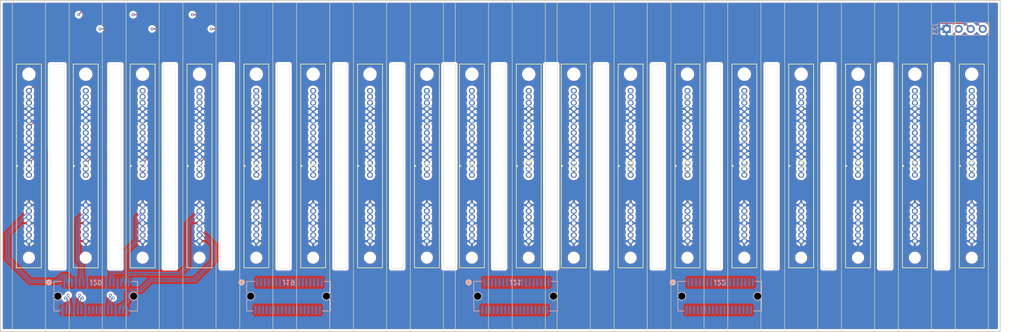
<source format=kicad_pcb>
(kicad_pcb (version 20240108) (generator "pcbnew") (generator_version "8.0")
  (layers (0 "F.Cu" signal) (1 "In1.Cu" signal) (2 "In2.Cu" signal) (31 "B.Cu" signal) (34 "B.Paste" user) (35 "F.Paste" user) (36 "B.SilkS" user "B.Silkscreen") (37 "F.SilkS" user "F.Silkscreen") (38 "B.Mask" user) (39 "F.Mask" user) (44 "Edge.Cuts" user))
  (net 0 "")
  (net 1 "+5V")
  (net 2 "GND")
  (net 3 "+12V")
  (net 4 "/SSD1_TX-")
  (net 5 "/SSD1_TX+")
  (net 6 "+3.3V")
  (net 7 "/SSD1_RX+")
  (net 8 "/SSD1_RX-")
  (net 9 "/SSD2_TX-")
  (net 10 "/SSD2_TX+")
  (net 11 "/SSD2_RX-")
  (net 12 "/SSD2_RX+")
  (net 13 "/SSD3_RX-")
  (net 14 "/SSD3_TX-")
  (net 15 "/SSD3_TX+")
  (net 16 "/SSD3_RX+")
  (net 17 "/SSD4_RX+")
  (net 18 "/SSD4_TX+")
  (net 19 "/SSD4_TX-")
  (net 20 "/SSD4_RX-")
  (net 21 "/SSD5_RX-")
  (net 22 "/SSD5_TX+")
  (net 23 "/SSD5_TX-")
  (net 24 "/SSD5_RX+")
  (net 25 "/SSD6_TX-")
  (net 26 "/SSD6_TX+")
  (net 27 "/SSD6_RX-")
  (net 28 "/SSD6_RX+")
  (net 29 "/SSD7_RX-")
  (net 30 "/SSD7_TX-")
  (net 31 "/SSD7_RX+")
  (net 32 "/SSD7_TX+")
  (net 33 "/SSD8_RX-")
  (net 34 "/SSD8_TX+")
  (net 35 "/SSD8_RX+")
  (net 36 "/SSD8_TX-")
  (net 37 "/SSD9_TX+")
  (net 38 "/SSD9_RX-")
  (net 39 "/SSD9_RX+")
  (net 40 "/SSD9_TX-")
  (net 41 "/SSD10_RX-")
  (net 42 "/SSD10_RX+")
  (net 43 "/SSD10_TX-")
  (net 44 "/SSD10_TX+")
  (net 45 "/SSD11_RX+")
  (net 46 "/SSD11_RX-")
  (net 47 "/SSD11_TX+")
  (net 48 "/SSD11_TX-")
  (net 49 "/SSD12_TX+")
  (net 50 "/SSD12_RX-")
  (net 51 "/SSD12_RX+")
  (net 52 "/SSD12_TX-")
  (net 53 "/SSD13_RX-")
  (net 54 "/SSD13_TX-")
  (net 55 "/SSD13_RX+")
  (net 56 "/SSD13_TX+")
  (net 57 "/SSD14_RX+")
  (net 58 "/SSD14_TX+")
  (net 59 "/SSD14_RX-")
  (net 60 "/SSD14_TX-")
  (net 61 "/SSD15_TX-")
  (net 62 "/SSD15_TX+")
  (net 63 "/SSD15_RX+")
  (net 64 "/SSD15_RX-")
  (net 65 "/SSD16_RX-")
  (net 66 "/SSD16_TX+")
  (net 67 "/SSD16_RX+")
  (net 68 "/SSD16_TX-")
  (net 69 "/SSD17_RX-")
  (net 70 "/SSD17_TX-")
  (net 71 "/SSD17_TX+")
  (net 72 "/SSD17_RX+")
  (net 73 "/SSD18_TX-")
  (net 74 "/SSD18_RX-")
  (net 75 "/SSD18_TX+")
  (net 76 "/SSD18_RX+")
  (footprint "SSD Connector:CONN_877791001_MOL" (layer "F.Cu") (at 82 151.8 90)
    (property "Reference" "J5")
    (property "Value" "SSD5")
  )
  (footprint "SSD Connector:CONN_877791001_MOL" (layer "F.Cu") (at 221 151.8 90)
    (property "Reference" "J17")
    (property "Value" "SSD17")
  )
  (footprint "SSD Connector:CONN_877791001_MOL" (layer "F.Cu") (at 209 151.8 90)
    (property "Reference" "J16")
    (property "Value" "SSD16")
  )
  (footprint "SSD Connector:CONN_877791001_MOL" (layer "F.Cu") (at 197 151.8 90)
    (property "Reference" "J15")
    (property "Value" "SSD15")
  )
  (footprint "SSD Connector:CONN_877791001_MOL" (layer "F.Cu") (at 46 151.8 90)
    (property "Reference" "J2")
    (property "Value" "SSD2")
  )
  (footprint "SSD Connector:CONN_877791001_MOL" (layer "F.Cu") (at 233 151.8 90)
    (property "Reference" "J18")
    (property "Value" "SSD18")
  )
  (footprint "SSD Connector:CONN_877791001_MOL" (layer "F.Cu") (at 58 151.8 90)
    (property "Reference" "J3")
    (property "Value" "SSD3")
  )
  (footprint "SSD Connector:CONN_877791001_MOL" (layer "F.Cu") (at 94 151.8 90)
    (property "Reference" "J6")
    (property "Value" "SSD6")
  )
  (footprint "SSD Connector:CONN_877791001_MOL" (layer "F.Cu") (at 173 151.8 90)
    (property "Reference" "J13")
    (property "Value" "SSD13")
  )
  (footprint "SSD Connector:CONN_877791001_MOL" (layer "F.Cu") (at 127.5 151.8 90)
    (property "Reference" "J9")
    (property "Value" "SSD9")
  )
  (footprint "SSD Connector:CONN_877791001_MOL" (layer "F.Cu") (at 149 151.8 90)
    (property "Reference" "J11")
    (property "Value" "SSD11")
  )
  (footprint "SSD Connector:CONN_877791001_MOL" (layer "F.Cu") (at 70 151.8 90)
    (property "Reference" "J4")
    (property "Value" "SSD4")
  )
  (footprint "SSD Connector:CONN_877791001_MOL" (layer "F.Cu") (at 161 151.8 90)
    (property "Reference" "J12")
    (property "Value" "SSD12")
  )
  (footprint "SSD Connector:CONN_877791001_MOL" (layer "F.Cu") (at 185 151.8 90)
    (property "Reference" "J14")
    (property "Value" "SSD14")
  )
  (footprint "SSD Connector:CONN_877791001_MOL" (layer "F.Cu") (at 34 151.8 90)
    (property "Reference" "J1")
    (property "Value" "SSD1")
  )
  (footprint "SSD Connector:CONN_877791001_MOL" (layer "F.Cu") (at 106 151.8 90)
    (property "Reference" "J7")
    (property "Value" "SSD7")
  )
  (footprint "SSD Connector:CONN_877791001_MOL" (layer "F.Cu") (at 139.5 151.8 90)
    (property "Reference" "J10")
    (property "Value" "SSD10")
  )
  (footprint "SSD Connector:CONN_877791001_MOL" (layer "F.Cu") (at 118 151.8 90)
    (property "Reference" "J8")
    (property "Value" "SSD8")
  )
  (footprint "Mini SAS:CONN36_1888020-4_TEC" (layer "B.Cu") (at 41.5 160.5)
    (property "Reference" "J20")
    (property "Value" "1888020-4")
  )
  (footprint "Mini SAS:CONN36_1888020-4_TEC" (layer "B.Cu") (at 130.1159 160.5)
    (property "Reference" "J21")
    (property "Value" "1888020-4")
  )
  (footprint "Connector_PinHeader_2.54mm:PinHeader_1x04_P2.54mm_Vertical" (layer "B.Cu") (at 227.7 107 -90)
    (property "Reference" "J23")
    (property "Value" "Conn_01x04")
  )
  (footprint "Mini SAS:CONN36_1888020-4_TEC" (layer "B.Cu") (at 82.199999 160.5)
    (property "Reference" "J19")
    (property "Value" "1888020-4")
  )
  (footprint "Mini SAS:CONN36_1888020-4_TEC" (layer "B.Cu") (at 173.200001 160.5)
    (property "Reference" "J22")
    (property "Value" "1888020-4")
  )
  (gr_rect (start 109.5 101) (end 114.5 170.85) (stroke (width 0.1)) (fill none) (layer "F.SilkS"))
  (gr_rect (start 152.5 101) (end 157.5 170.85) (stroke (width 0.1)) (fill none) (layer "F.SilkS"))
  (gr_rect (start 188.5 101) (end 193.5 170.85) (stroke (width 0.1)) (fill none) (layer "F.SilkS"))
  (gr_rect (start 143 101) (end 145.5 170.85) (stroke (width 0.1)) (fill none) (layer "F.SilkS"))
  (gr_rect (start 85.5 101) (end 90.5 170.85) (stroke (width 0.1)) (fill none) (layer "F.SilkS"))
  (gr_rect (start 236.5 101) (end 239 170.85) (stroke (width 0.1)) (fill none) (layer "F.SilkS"))
  (gr_rect (start 49.5 101) (end 54.5 170.85) (stroke (width 0.1)) (fill none) (layer "F.SilkS"))
  (gr_rect (start 224.5 101) (end 229.5 170.85) (stroke (width 0.1)) (fill none) (layer "F.SilkS"))
  (gr_rect (start 37.5 101) (end 42.5 170.85) (stroke (width 0.1)) (fill none) (layer "F.SilkS"))
  (gr_rect (start 176.5 101) (end 181.5 170.85) (stroke (width 0.1)) (fill none) (layer "F.SilkS"))
  (gr_rect (start 131 101) (end 136 170.85) (stroke (width 0.1)) (fill none) (layer "F.SilkS"))
  (gr_rect (start 212.5 101) (end 217.5 170.85) (stroke (width 0.1)) (fill none) (layer "F.SilkS"))
  (gr_rect (start 164.5 101) (end 169.5 170.85) (stroke (width 0.1)) (fill none) (layer "F.SilkS"))
  (gr_rect (start 73.5 101) (end 78.5 170.85) (stroke (width 0.1)) (fill none) (layer "F.SilkS"))
  (gr_rect (start 61.5 101) (end 66.5 170.85) (stroke (width 0.1)) (fill none) (layer "F.SilkS"))
  (gr_rect (start 97.5 101) (end 102.5 170.85) (stroke (width 0.1)) (fill none) (layer "F.SilkS"))
  (gr_rect (start 200.5 101) (end 205.5 170.85) (stroke (width 0.1)) (fill none) (layer "F.SilkS"))
  (gr_rect (start 28 101) (end 30.5 170.85) (stroke (width 0.1)) (fill none) (layer "F.SilkS"))
  (gr_rect (start 121.5 101) (end 124 170.85) (stroke (width 0.1)) (fill none) (layer "F.SilkS"))
  (gr_rect (start 213.5 114.4873) (end 216 157.5127) (stroke (width 0.05)) (fill none) (layer "Edge.Cuts"))
  (gr_rect (start 177.5 114.4873) (end 180 157.5127) (stroke (width 0.05)) (fill none) (layer "Edge.Cuts"))
  (gr_rect (start 74.5 114.4746) (end 77 157.5) (stroke (width 0.05)) (fill none) (layer "Edge.Cuts"))
  (gr_rect (start 143 114.4873) (end 145.5 157.5127) (stroke (width 0.05)) (fill none) (layer "Edge.Cuts"))
  (gr_rect (start 121.5 114.4873) (end 124 157.5127) (stroke (width 0.05)) (fill none) (layer "Edge.Cuts"))
  (gr_rect (start 98.5 114.4873) (end 101 157.5127) (stroke (width 0.05)) (fill none) (layer "Edge.Cuts"))
  (gr_rect (start 86.5 114.4873) (end 89 157.5127) (stroke (width 0.05)) (fill none) (layer "Edge.Cuts"))
  (gr_rect (start 110.5 114.4873) (end 113 157.5127) (stroke (width 0.05)) (fill none) (layer "Edge.Cuts"))
  (gr_rect (start 201.5 114.4873) (end 204 157.5127) (stroke (width 0.05)) (fill none) (layer "Edge.Cuts"))
  (gr_rect (start 225.5 114.4873) (end 228 157.5127) (stroke (width 0.05)) (fill none) (layer "Edge.Cuts"))
  (gr_rect (start 153.5 114.4873) (end 156 157.5127) (stroke (width 0.05)) (fill none) (layer "Edge.Cuts"))
  (gr_rect (start 132 114.4873) (end 134.5 157.5127) (stroke (width 0.05)) (fill none) (layer "Edge.Cuts"))
  (gr_rect (start 189.5 114.4873) (end 192 157.5127) (stroke (width 0.05)) (fill none) (layer "Edge.Cuts"))
  (gr_rect (start 62.5 114.4746) (end 65 157.5) (stroke (width 0.05)) (fill none) (layer "Edge.Cuts"))
  (gr_rect (start 51 114.5) (end 53.5 157.5254) (stroke (width 0.05)) (fill none) (layer "Edge.Cuts"))
  (gr_rect (start 28 101) (end 239 170.85) (stroke (width 0.2)) (fill none) (layer "Edge.Cuts"))
  (gr_rect (start 165.5 114.4873) (end 168 157.5127) (stroke (width 0.05)) (fill none) (layer "Edge.Cuts"))
  (gr_rect (start 38.5 114.5) (end 41.5 157.5) (stroke (width 0.05)) (fill none) (layer "Edge.Cuts"))
  (segment (start 74.5 105.85) (end 231.63 105.85) (width 0.2) (layer "F.Cu") (net 1))
  (segment (start 62 105.85) (end 74.5 105.85) (width 0.2) (layer "F.Cu") (net 1))
  (segment (start 49.85 107) (end 51 105.85) (width 0.2) (layer "F.Cu") (net 1))
  (segment (start 60.85 107) (end 62 105.85) (width 0.2) (layer "F.Cu") (net 1))
  (segment (start 51 105.85) (end 62 105.85) (width 0.2) (layer "F.Cu") (net 1))
  (segment (start 49 107) (end 49.85 107) (width 0.2) (layer "F.Cu") (net 1))
  (segment (start 34 127.67) (end 34.0508 127.67) (width 0.2) (layer "F.Cu") (net 1))
  (segment (start 36.9408 111.0592) (end 42.15 105.85) (width 0.2) (layer "F.Cu") (net 1))
  (segment (start 36.9408 124.78) (end 36.9408 111.0592) (width 0.2) (layer "F.Cu") (net 1))
  (segment (start 34 130.21) (end 34 127.67) (width 0.2) (layer "F.Cu") (net 1))
  (segment (start 60 107) (end 60.85 107) (width 0.2) (layer "F.Cu") (net 1))
  (segment (start 72.5 107) (end 73.35 107) (width 0.2) (layer "F.Cu") (net 1))
  (segment (start 73.35 107) (end 74.5 105.85) (width 0.2) (layer "F.Cu") (net 1))
  (segment (start 231.63 105.85) (end 232.78 107) (width 0.2) (layer "F.Cu") (net 1))
  (segment (start 42.15 105.85) (end 51 105.85) (width 0.2) (layer "F.Cu") (net 1))
  (segment (start 34.0508 127.67) (end 36.9408 124.78) (width 0.2) (layer "F.Cu") (net 1))
  (via (at 72.5 107) (size 0.6) (drill 0.3) (layers "F.Cu" "B.Cu") (net 1))
  (via (at 49 107) (size 0.6) (drill 0.3) (layers "F.Cu" "B.Cu") (net 1))
  (via (at 60 107) (size 0.6) (drill 0.3) (layers "F.Cu" "B.Cu") (net 1))
  (segment (start 56 104) (end 57 104) (width 0.2) (layer "F.Cu") (net 3))
  (segment (start 36.5 117.6008) (end 36.5 108) (width 0.2) (layer "F.Cu") (net 3))
  (segment (start 46 102.5) (end 58.5 102.5) (width 0.2) (layer "F.Cu") (net 3))
  (segment (start 230.82 102.5) (end 235.32 107) (width 0.2) (layer "F.Cu") (net 3))
  (segment (start 71 102.5) (end 230.82 102.5) (width 0.2) (layer "F.Cu") (net 3))
  (segment (start 57 104) (end 58.5 102.5) (width 0.2) (layer "F.Cu") (net 3))
  (segment (start 34.0508 120.05) (end 36.5 117.6008) (width 0.2) (layer "F.Cu") (net 3))
  (segment (start 34 122.59) (end 34 120.05) (width 0.2) (layer "F.Cu") (net 3))
  (segment (start 69.5 104) (end 71 102.5) (width 0.2) (layer "F.Cu") (net 3))
  (segment (start 58.5 102.5) (end 71 102.5) (width 0.2) (layer "F.Cu") (net 3))
  (segment (start 42 102.5) (end 46 102.5) (width 0.2) (layer "F.Cu") (net 3))
  (segment (start 36.5 108) (end 42 102.5) (width 0.2) (layer "F.Cu") (net 3))
  (segment (start 34 120.05) (end 34.0508 120.05) (width 0.2) (layer "F.Cu") (net 3))
  (segment (start 68.5 104) (end 69.5 104) (width 0.2) (layer "F.Cu") (net 3))
  (segment (start 44.5 104) (end 46 102.5) (width 0.2) (layer "F.Cu") (net 3))
  (via (at 68.5 104) (size 0.6) (drill 0.3) (layers "F.Cu" "B.Cu") (net 3))
  (via (at 44.5 104) (size 0.6) (drill 0.3) (layers "F.Cu" "B.Cu") (net 3))
  (via (at 56 104) (size 0.6) (drill 0.3) (layers "F.Cu" "B.Cu") (net 3))
  (via (at 42.300521 163.199479) (size 0.6) (drill 0.3) (layers "F.Cu" "B.Cu") (net 4))
  (segment (start 42.7 165.420001) (end 42.524999 165.245) (width 0.2) (layer "B.Cu") (net 4))
  (segment (start 42.300521 163.482322) (end 42.300521 163.199479) (width 0.2) (layer "B.Cu") (net 4))
  (segment (start 42.524999 163.7068) (end 42.300521 163.482322) (width 0.2) (layer "B.Cu") (net 4))
  (segment (start 42.524999 165.245) (end 42.524999 163.7068) (width 0.2) (layer "B.Cu") (net 4))
  (segment (start 42.7 166.320001) (end 42.7 165.420001) (width 0.2) (layer "B.Cu") (net 4))
  (via (at 41.699479 163.800521) (size 0.6) (drill 0.3) (layers "F.Cu" "B.Cu") (net 5))
  (segment (start 41.899999 165.420001) (end 42.075 165.245) (width 0.2) (layer "B.Cu") (net 5))
  (segment (start 41.982322 163.800521) (end 41.699479 163.800521) (width 0.2) (layer "B.Cu") (net 5))
  (segment (start 42.075 163.893199) (end 41.982322 163.800521) (width 0.2) (layer "B.Cu") (net 5))
  (segment (start 41.899999 166.320001) (end 41.899999 165.420001) (width 0.2) (layer "B.Cu") (net 5))
  (segment (start 42.075 165.245) (end 42.075 163.893199) (width 0.2) (layer "B.Cu") (net 5))
  (segment (start 46 137.83) (end 46 135.29) (width 0.2) (layer "F.Cu") (net 6))
  (segment (start 70 135.29) (end 70.0508 135.29) (width 0.2) (layer "F.Cu") (net 6))
  (segment (start 61.5 131.8408) (end 61.5 110) (width 0.2) (layer "F.Cu") (net 6))
  (segment (start 46 135.29) (end 46.0508 135.29) (width 0.2) (layer "F.Cu") (net 6))
  (segment (start 50.4 130.9408) (end 50.4 110.1) (width 0.2) (layer "F.Cu") (net 6))
  (segment (start 34 137.83) (end 34 135.29) (width 0.2) (layer "F.Cu") (net 6))
  (segment (start 58 135.29) (end 58.0508 135.29) (width 0.2) (layer "F.Cu") (net 6))
  (segment (start 58 137.83) (end 58 135.29) (width 0.2) (layer "F.Cu") (net 6))
  (segment (start 46.0508 135.29) (end 50.4 130.9408) (width 0.2) (layer "F.Cu") (net 6))
  (segment (start 43.651472 108.5) (end 52 108.5) (width 0.2) (layer "F.Cu") (net 6))
  (segment (start 34.0508 135.29) (end 37.3408 132) (width 0.2) (layer "F.Cu") (net 6))
  (segment (start 77.5 108.5) (end 228.74 108.5) (width 0.2) (layer "F.Cu") (net 6))
  (segment (start 37.3408 132) (end 37.3408 114.810672) (width 0.2) (layer "F.Cu") (net 6))
  (segment (start 37.3408 114.810672) (end 43.651472 108.5) (width 0.2) (layer "F.Cu") (net 6))
  (segment (start 63 108.5) (end 77.5 108.5) (width 0.2) (layer "F.Cu") (net 6))
  (segment (start 228.74 108.5) (end 230.24 107) (width 0.2) (layer "F.Cu") (net 6))
  (segment (start 73.9 112.1) (end 77.5 108.5) (width 0.2) (layer "F.Cu") (net 6))
  (segment (start 82 137.83) (end 82 135.29) (width 0.2) (layer "F.Cu") (net 6))
  (segment (start 52 108.5) (end 63 108.5) (width 0.2) (layer "F.Cu") (net 6))
  (segment (start 61.5 110) (end 63 108.5) (width 0.2) (layer "F.Cu") (net 6))
  (segment (start 58.0508 135.29) (end 61.5 131.8408) (width 0.2) (layer "F.Cu") (net 6))
  (segment (start 50.4 110.1) (end 52 108.5) (width 0.2) (layer "F.Cu") (net 6))
  (segment (start 34 135.29) (end 34.0508 135.29) (width 0.2) (layer "F.Cu") (net 6))
  (segment (start 73.9 131.4408) (end 73.9 112.1) (width 0.2) (layer "F.Cu") (net 6))
  (segment (start 70 137.83) (end 70 135.29) (width 0.2) (layer "F.Cu") (net 6))
  (segment (start 70.0508 135.29) (end 73.9 131.4408) (width 0.2) (layer "F.Cu") (net 6))
  (segment (start 42.300001 160.5) (end 41.975 160.5) (width 0.2) (layer "B.Cu") (net 7))
  (segment (start 34.1818 160.5) (end 29.275 155.5932) (width 0.2) (layer "B.Cu") (net 7))
  (segment (start 29.275 150.175) (end 33.065 146.385) (width 0.2) (layer "B.Cu") (net 7))
  (segment (start 41.303249 159.3) (end 40.103249 160.5) (width 0.2) (layer "B.Cu") (net 7))
  (segment (start 41.975 160.5) (end 41.975 159.578249) (width 0.2) (layer "B.Cu") (net 7))
  (segment (start 33.6142 145.8358) (end 34 145.45) (width 0.2) (layer "B.Cu") (net 7))
  (segment (start 29.275 155.5932) (end 29.275 150.175) (width 0.2) (layer "B.Cu") (net 7))
  (segment (start 41.975 159.578249) (end 41.696751 159.3) (width 0.2) (layer "B.Cu") (net 7))
  (segment (start 33.065 146.385) (end 33.065 146.353752) (width 0.2) (layer "B.Cu") (net 7))
  (segment (start 33.065 146.353752) (end 33.582952 145.8358) (width 0.2) (layer "B.Cu") (net 7))
  (segment (start 33.582952 145.8358) (end 33.6142 145.8358) (width 0.2) (layer "B.Cu") (net 7))
  (segment (start 40.103249 160.5) (end 34.1818 160.5) (width 0.2) (layer "B.Cu") (net 7))
  (segment (start 41.696751 159.3) (end 41.303249 159.3) (width 0.2) (layer "B.Cu") (net 7))
  (segment (start 41.116861 158.85002) (end 39.916881 160.05) (width 0.2) (layer "B.Cu") (net 8))
  (segment (start 29.725 150.361397) (end 33.366397 146.72) (width 0.2) (layer "B.Cu") (net 8))
  (segment (start 33.366397 146.72) (end 34 146.72) (width 0.2) (layer "B.Cu") (net 8))
  (segment (start 39.916881 160.05) (end 34.3682 160.05) (width 0.2) (layer "B.Cu") (net 8))
  (segment (start 34.3682 160.05) (end 29.725 155.4068) (width 0.2) (layer "B.Cu") (net 8))
  (segment (start 42.046772 158.85002) (end 41.116861 158.85002) (width 0.2) (layer "B.Cu") (net 8))
  (segment (start 42.775001 159.578249) (end 42.046772 158.85002) (width 0.2) (layer "B.Cu") (net 8))
  (segment (start 42.775001 160.175002) (end 42.775001 159.578249) (width 0.2) (layer "B.Cu") (net 8))
  (segment (start 29.725 155.4068) (end 29.725 150.361397) (width 0.2) (layer "B.Cu") (net 8))
  (segment (start 43.099999 160.5) (end 42.775001 160.175002) (width 0.2) (layer "B.Cu") (net 8))
  (via (at 45.300521 163.800521) (size 0.6) (drill 0.3) (layers "F.Cu" "B.Cu") (net 9))
  (segment (start 44.924999 165.245) (end 44.924999 163.8932) (width 0.2) (layer "B.Cu") (net 9))
  (segment (start 45.1 166.320001) (end 45.1 165.420001) (width 0.2) (layer "B.Cu") (net 9))
  (segment (start 45.017678 163.800521) (end 45.300521 163.800521) (width 0.2) (layer "B.Cu") (net 9))
  (segment (start 45.1 165.420001) (end 44.924999 165.245) (width 0.2) (layer "B.Cu") (net 9))
  (segment (start 44.924999 163.8932) (end 45.017678 163.800521) (width 0.2) (layer "B.Cu") (net 9))
  (via (at 44.699479 163.199479) (size 0.6) (drill 0.3) (layers "F.Cu" "B.Cu") (net 10))
  (segment (start 44.299999 166.320001) (end 44.299999 165.420001) (width 0.2) (layer "B.Cu") (net 10))
  (segment (start 44.699479 163.482322) (end 44.699479 163.199479) (width 0.2) (layer "B.Cu") (net 10))
  (segment (start 44.475 163.706801) (end 44.699479 163.482322) (width 0.2) (layer "B.Cu") (net 10))
  (segment (start 44.299999 165.420001) (end 44.475 165.245) (width 0.2) (layer "B.Cu") (net 10))
  (segment (start 44.475 165.245) (end 44.475 163.706801) (width 0.2) (layer "B.Cu") (net 10))
  (segment (start 44.6173 155.862731) (end 44.6173 147.469097) (width 0.2) (layer "B.Cu") (net 11))
  (segment (start 44.6173 147.469097) (end 45.366397 146.72) (width 0.2) (layer "B.Cu") (net 11))
  (segment (start 45.5 159.6) (end 45.324999 159.424999) (width 0.2) (layer "B.Cu") (net 11))
  (segment (start 45.5 160.5) (end 45.5 159.6) (width 0.2) (layer "B.Cu") (net 11))
  (segment (start 45.324999 159.424999) (end 45.324999 156.57043) (width 0.2) (layer "B.Cu") (net 11))
  (segment (start 45.324999 156.57043) (end 44.6173 155.862731) (width 0.2) (layer "B.Cu") (net 11))
  (segment (start 45.366397 146.72) (end 46 146.72) (width 0.2) (layer "B.Cu") (net 11))
  (segment (start 44.16732 156.049119) (end 44.16732 147.251432) (width 0.2) (layer "B.Cu") (net 12))
  (segment (start 44.699999 160.5) (end 44.699999 159.6) (width 0.2) (layer "B.Cu") (net 12))
  (segment (start 44.699999 159.6) (end 44.875 159.424999) (width 0.2) (layer "B.Cu") (net 12))
  (segment (start 44.875 159.424999) (end 44.875 156.756799) (width 0.2) (layer "B.Cu") (net 12))
  (segment (start 44.16732 147.251432) (end 45.582952 145.8358) (width 0.2) (layer "B.Cu") (net 12))
  (segment (start 45.582952 145.8358) (end 45.6142 145.8358) (width 0.2) (layer "B.Cu") (net 12))
  (segment (start 45.6142 145.8358) (end 46 145.45) (width 0.2) (layer "B.Cu") (net 12))
  (segment (start 44.875 156.756799) (end 44.16732 156.049119) (width 0.2) (layer "B.Cu") (net 12))
  (segment (start 51.724999 159.424999) (end 51.724999 158.57538) (width 0.2) (layer "B.Cu") (net 13))
  (segment (start 57.065 151.7532) (end 57.065 147.623752) (width 0.2) (layer "B.Cu") (net 13))
  (segment (start 57.582952 147.1058) (end 58 147.1058) (width 0.2) (layer "B.Cu") (net 13))
  (segment (start 51.724999 158.57538) (end 53.934916 158.57538) (width 0.2) (layer "B.Cu") (net 13))
  (segment (start 51.9 159.6) (end 51.724999 159.424999) (width 0.2) (layer "B.Cu") (net 13))
  (segment (start 54.54998 157.960316) (end 54.54998 154.26822) (width 0.2) (layer "B.Cu") (net 13))
  (segment (start 58 147.1058) (end 58 146.72) (width 0.2) (layer "B.Cu") (net 13))
  (segment (start 54.54998 154.26822) (end 57.065 151.7532) (width 0.2) (layer "B.Cu") (net 13))
  (segment (start 53.934916 158.57538) (end 54.54998 157.960316) (width 0.2) (layer "B.Cu") (net 13))
  (segment (start 57.065 147.623752) (end 57.582952 147.1058) (width 0.2) (layer "B.Cu") (net 13))
  (segment (start 51.9 160.5) (end 51.9 159.6) (width 0.2) (layer "B.Cu") (net 13))
  (via (at 51.800521 163.800521) (size 0.6) (drill 0.3) (layers "F.Cu" "B.Cu") (net 14))
  (segment (start 51.517678 163.800521) (end 51.800521 163.800521) (width 0.2) (layer "B.Cu") (net 14))
  (segment (start 51.324998 165.245001) (end 51.324998 163.993201) (width 0.2) (layer "B.Cu") (net 14))
  (segment (start 51.499998 165.420001) (end 51.324998 165.245001) (width 0.2) (layer "B.Cu") (net 14))
  (segment (start 51.324998 163.993201) (end 51.517678 163.800521) (width 0.2) (layer "B.Cu") (net 14))
  (segment (start 51.499998 166.320001) (end 51.499998 165.420001) (width 0.2) (layer "B.Cu") (net 14))
  (via (at 51.199479 163.199479) (size 0.6) (drill 0.3) (layers "F.Cu" "B.Cu") (net 15))
  (segment (start 50.699999 166.320001) (end 50.699999 165.420001) (width 0.2) (layer "B.Cu") (net 15))
  (segment (start 50.874999 163.806802) (end 51.199479 163.482322) (width 0.2) (layer "B.Cu") (net 15))
  (segment (start 51.199479 163.482322) (end 51.199479 163.199479) (width 0.2) (layer "B.Cu") (net 15))
  (segment (start 50.874999 165.245001) (end 50.874999 163.806802) (width 0.2) (layer "B.Cu") (net 15))
  (segment (start 50.699999 165.420001) (end 50.874999 165.245001) (width 0.2) (layer "B.Cu") (net 15))
  (segment (start 54.1 154.0818) (end 56.61502 151.56678) (width 0.2) (layer "B.Cu") (net 16))
  (segment (start 51.275 159.424999) (end 51.275 158.1254) (width 0.2) (layer "B.Cu") (net 16))
  (segment (start 53.748528 158.1254) (end 54.1 157.773928) (width 0.2) (layer "B.Cu") (net 16))
  (segment (start 51.099999 159.6) (end 51.275 159.424999) (width 0.2) (layer "B.Cu") (net 16))
  (segment (start 51.099999 160.5) (end 51.099999 159.6) (width 0.2) (layer "B.Cu") (net 16))
  (segment (start 51.275 158.1254) (end 53.748528 158.1254) (width 0.2) (layer "B.Cu") (net 16))
  (segment (start 56.61502 151.56678) (end 56.61502 146.803732) (width 0.2) (layer "B.Cu") (net 16))
  (segment (start 57.6142 145.8358) (end 58 145.45) (width 0.2) (layer "B.Cu") (net 16))
  (segment (start 54.1 157.773928) (end 54.1 154.0818) (width 0.2) (layer "B.Cu") (net 16))
  (segment (start 57.582952 145.8358) (end 57.6142 145.8358) (width 0.2) (layer "B.Cu") (net 16))
  (segment (start 56.61502 146.803732) (end 57.582952 145.8358) (width 0.2) (layer "B.Cu") (net 16))
  (segment (start 69.065 146.385) (end 69.065 146.353752) (width 0.2) (layer "B.Cu") (net 17))
  (segment (start 69.582952 145.8358) (end 69.6142 145.8358) (width 0.2) (layer "B.Cu") (net 17))
  (segment (start 69.6142 145.8358) (end 70 145.45) (width 0.2) (layer "B.Cu") (net 17))
  (segment (start 67.275 156.9068) (end 67.275 148.175) (width 0.2) (layer "B.Cu") (net 17))
  (segment (start 53.825 159.578249) (end 54.978229 158.42502) (width 0.2) (layer "B.Cu") (net 17))
  (segment (start 54.978229 158.42502) (end 65.75678 158.42502) (width 0.2) (layer "B.Cu") (net 17))
  (segment (start 65.75678 158.42502) (end 67.275 156.9068) (width 0.2) (layer "B.Cu") (net 17))
  (segment (start 67.275 148.175) (end 69.065 146.385) (width 0.2) (layer "B.Cu") (net 17))
  (segment (start 53.825 160.174999) (end 53.825 159.578249) (width 0.2) (layer "B.Cu") (net 17))
  (segment (start 53.499999 160.5) (end 53.825 160.174999) (width 0.2) (layer "B.Cu") (net 17))
  (segment (start 69.065 146.353752) (end 69.582952 145.8358) (width 0.2) (layer "B.Cu") (net 17))
  (segment (start 53.1 166.320001) (end 53.424998 165.995003) (width 0.2) (layer "B.Cu") (net 18))
  (segment (start 55.498589 161.958065) (end 57.461936 161.958065) (width 0.2) (layer "B.Cu") (net 18))
  (segment (start 53.703247 165.120001) (end 53.86688 165.120001) (width 0.2) (layer "B.Cu") (net 18))
  (segment (start 54.648066 164.338815) (end 54.648066 162.808588) (width 0.2) (layer "B.Cu") (net 18))
  (segment (start 72.775 152.671397) (end 70.633603 150.53) (width 0.2) (layer "B.Cu") (net 18))
  (segment (start 70.633603 150.53) (end 70 150.53) (width 0.2) (layer "B.Cu") (net 18))
  (segment (start 72.775 155.9068) (end 72.775 152.671397) (width 0.2) (layer "B.Cu") (net 18))
  (segment (start 68.9068 159.775) (end 72.775 155.9068) (width 0.2) (layer "B.Cu") (net 18))
  (segment (start 59.645001 159.775) (end 68.9068 159.775) (width 0.2) (layer "B.Cu") (net 18))
  (segment (start 53.424998 165.995003) (end 53.424998 165.39825) (width 0.2) (layer "B.Cu") (net 18))
  (segment (start 53.424998 165.39825) (end 53.703247 165.120001) (width 0.2) (layer "B.Cu") (net 18))
  (segment (start 53.86688 165.120001) (end 54.648066 164.338815) (width 0.2) (layer "B.Cu") (net 18))
  (segment (start 57.461936 161.958065) (end 59.645001 159.775) (width 0.2) (layer "B.Cu") (net 18))
  (segment (start 54.648066 162.808588) (end 55.498589 161.958065) (width 0.2) (layer "B.Cu") (net 18))
  (segment (start 70.935 150.163752) (end 70.417048 149.6458) (width 0.2) (layer "B.Cu") (net 19))
  (segment (start 73.225 156.0932) (end 73.225 152.485) (width 0.2) (layer "B.Cu") (net 19))
  (segment (start 55.684977 162.408045) (end 57.648353 162.408045) (width 0.2) (layer "B.Cu") (net 19))
  (segment (start 73.225 152.485) (end 70.935 150.195) (width 0.2) (layer "B.Cu") (net 19))
  (segment (start 55.098046 164.525203) (end 55.098046 162.994976) (width 0.2) (layer "B.Cu") (net 19))
  (segment (start 70.3858 149.6458) (end 70 149.26) (width 0.2) (layer "B.Cu") (net 19))
  (segment (start 53.899998 166.1564) (end 54.224999 165.831399) (width 0.2) (layer "B.Cu") (net 19))
  (segment (start 57.648353 162.408045) (end 59.831398 160.225) (width 0.2) (layer "B.Cu") (net 19))
  (segment (start 69.0932 160.225) (end 73.225 156.0932) (width 0.2) (layer "B.Cu") (net 19))
  (segment (start 70.417048 149.6458) (end 70.3858 149.6458) (width 0.2) (layer "B.Cu") (net 19))
  (segment (start 54.224999 165.39825) (end 55.098046 164.525203) (width 0.2) (layer "B.Cu") (net 19))
  (segment (start 70.935 150.195) (end 70.935 150.163752) (width 0.2) (layer "B.Cu") (net 19))
  (segment (start 55.098046 162.994976) (end 55.684977 162.408045) (width 0.2) (layer "B.Cu") (net 19))
  (segment (start 54.224999 165.831399) (end 54.224999 165.39825) (width 0.2) (layer "B.Cu") (net 19))
  (segment (start 53.899998 166.320001) (end 53.899998 166.1564) (width 0.2) (layer "B.Cu") (net 19))
  (segment (start 59.831398 160.225) (end 69.0932 160.225) (width 0.2) (layer "B.Cu") (net 19))
  (segment (start 55.328247 158.875) (end 65.9432 158.875) (width 0.2) (layer "B.Cu") (net 20))
  (segment (start 69.366397 146.72) (end 70 146.72) (width 0.2) (layer "B.Cu") (net 20))
  (segment (start 67.725 157.0932) (end 67.725 148.361397) (width 0.2) (layer "B.Cu") (net 20))
  (segment (start 67.725 148.361397) (end 69.366397 146.72) (width 0.2) (layer "B.Cu") (net 20))
  (segment (start 54.624998 159.578249) (end 55.328247 158.875) (width 0.2) (layer "B.Cu") (net 20))
  (segment (start 54.624998 160.5) (end 54.624998 159.578249) (width 0.2) (layer "B.Cu") (net 20))
  (segment (start 54.3 160.5) (end 54.624998 160.5) (width 0.2) (layer "B.Cu") (net 20))
  (segment (start 65.9432 158.875) (end 67.725 157.0932) (width 0.2) (layer "B.Cu") (net 20))
  (zone (net 2) (net_name "GND") (layer "F.Cu") (name "GND1") (priority 1) (connect_pads (clearance 0.5)) (min_thickness 0.25) (fill yes (thermal_gap 0.5) (thermal_bridge_width 0.5))
    (polygon (pts (xy 28.5 101) (xy 239 101) (xy 239 171) (xy 28 171)))
  )
  (zone (net 2) (net_name "GND") (layer "B.Cu") (name "GND3") (priority 2) (connect_pads (clearance 0.5)) (min_thickness 0.25) (fill yes (thermal_gap 0.5) (thermal_bridge_width 0.5))
    (polygon (pts (xy 28.5 101.5) (xy 28 101) (xy 244 101) (xy 244 171) (xy 28 171)))
  )
)
</source>
